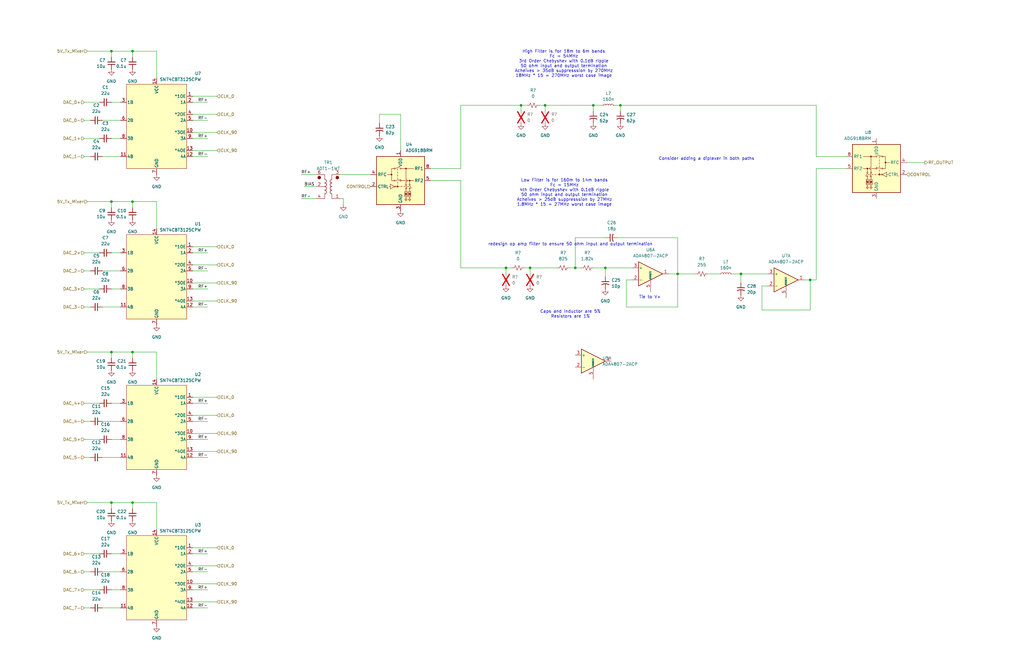
<source format=kicad_sch>
(kicad_sch (version 20250114) (generator "eeschema") (generator_version "9.0")
  (paper "B")
  (title_block (title "16 Phase Tx Harmonic Mixer and Reconstruction Filter") (date "2026-01-17") (rev "0.0") (company "Andy McCann KA3KAF and Doug McCann KA3KAG"))
  (lib_symbols
    (symbol "Amplifier_Operational:ADA4807-2ACP" (pin_names (offset 0.127))
      (property "Reference" "U" (at 3.81 5.08 0))
      (property "Value" "ADA4807-2ACP" (at 3.81 -5.08 0))
      (symbol "ADA4807-2ACP_1_1"
        (polyline (pts (xy -5.08 5.08) (xy 5.08 0) (xy -5.08 -5.08) (xy -5.08 5.08)) (stroke (width 0.254)) (fill (type background)))
        (pin input line (at -7.62 2.54 0) (length 2.54) (name "+") (number "3"))
        (pin input line (at -7.62 -2.54 0) (length 2.54) (name "-") (number "2"))
        (pin input line (at 0 -7.62 90) (length 5.08) (name "~{DISABLE1}") (number "5"))
        (pin output line (at 7.62 0 180) (length 2.54) (name "~") (number "1"))
      )
      (symbol "ADA4807-2ACP_2_1"
        (polyline (pts (xy -5.08 5.08) (xy 5.08 0) (xy -5.08 -5.08) (xy -5.08 5.08)) (stroke (width 0.254)) (fill (type background)))
        (pin input line (at -7.62 2.54 0) (length 2.54) (name "+") (number "7"))
        (pin input line (at -7.62 -2.54 0) (length 2.54) (name "-") (number "8"))
        (pin input line (at 0 -7.62 90) (length 5.08) (name "~{DISABLE2}") (number "6"))
        (pin output line (at 7.62 0 180) (length 2.54) (name "~") (number "9"))
      )
      (symbol "ADA4807-2ACP_3_1"
        (pin power_in line (at -2.54 7.62 270) (length 3.81) (name "V+") (number "10"))
        (pin power_in line (at -2.54 -7.62 90) (length 3.81) (name "V-") (number "4"))
        (pin power_in line (at 2.54 -7.62 90) (length 6.35) (name "EPAD") (number "11"))
      )
    )
    (symbol "Device:C_Small" (pin_numbers (hide yes)) (pin_names (offset 0.254) (hide yes))
      (property "Reference" "C" (at 0.254 1.778 0))
      (property "Value" "C_Small" (at 0.254 -2.032 0))
      (symbol "C_Small_0_1"
        (polyline (pts (xy -1.524 0.508) (xy 1.524 0.508)) (stroke (width 0.3048)))
        (polyline (pts (xy -1.524 -0.508) (xy 1.524 -0.508)) (stroke (width 0.3302)))
      )
      (symbol "C_Small_1_1"
        (pin passive line (at 0 2.54 270) (length 2.032) (name "~") (number "1"))
        (pin passive line (at 0 -2.54 90) (length 2.032) (name "~") (number "2"))
      )
    )
    (symbol "Device:C_Small_US" (pin_numbers (hide yes)) (pin_names (offset 0.254) (hide yes))
      (property "Reference" "C" (at 0.254 1.778 0))
      (property "Value" "C_Small_US" (at 0.254 -2.032 0))
      (symbol "C_Small_US_0_1"
        (polyline (pts (xy -1.524 0.508) (xy 1.524 0.508)) (stroke (width 0.3048)))
        (arc (start -1.524 -0.762) (mid 0 -0.3734) (end 1.524 -0.762) (stroke (width 0.3048)))
      )
      (symbol "C_Small_US_1_1"
        (pin passive line (at 0 2.54 270) (length 2.032) (name "~") (number "1"))
        (pin passive line (at 0 -2.54 90) (length 2.032) (name "~") (number "2"))
      )
    )
    (symbol "Device:L_Small" (pin_numbers (hide yes)) (pin_names (offset 0.254) (hide yes))
      (property "Reference" "L" (at 0.762 1.016 0))
      (property "Value" "L_Small" (at 0.762 -1.016 0))
      (symbol "L_Small_0_1"
        (arc (start 0 2.032) (mid 0.5058 1.524) (end 0 1.016))
        (arc (start 0 1.016) (mid 0.5058 0.508) (end 0 0))
        (arc (start 0 0) (mid 0.5058 -0.508) (end 0 -1.016))
        (arc (start 0 -1.016) (mid 0.5058 -1.524) (end 0 -2.032))
      )
      (symbol "L_Small_1_1"
        (pin passive line (at 0 2.54 270) (length 0.508) (name "~") (number "1"))
        (pin passive line (at 0 -2.54 90) (length 0.508) (name "~") (number "2"))
      )
    )
    (symbol "Device:R_Small_US" (pin_numbers (hide yes)) (pin_names (offset 0.254) (hide yes))
      (property "Reference" "R" (at 0.762 0.508 0))
      (property "Value" "R_Small_US" (at 0.762 -1.016 0))
      (symbol "R_Small_US_1_1"
        (polyline (pts (xy 0 1.524) (xy 1.016 1.143) (xy 0 0.762) (xy -1.016 0.381) (xy 0 0)))
        (polyline (pts (xy 0 0) (xy 1.016 -0.381) (xy 0 -0.762) (xy -1.016 -1.143) (xy 0 -1.524)))
        (pin passive line (at 0 2.54 270) (length 1.016) (name "~") (number "1"))
        (pin passive line (at 0 -2.54 90) (length 1.016) (name "~") (number "2"))
      )
    )
    (symbol "RF_Switch:ADG918BRM"
      (property "Reference" "U" (at -10.16 11.43 0))
      (property "Value" "ADG918BRM" (at 1.27 11.43 0))
      (symbol "ADG918BRM_0_0"
        (rectangle (start -10.16 10.16) (end 10.16 -10.16) (stroke (width 0.254)) (fill (type background)))
        (polyline (pts (xy -4.318 -1.524) (xy -4.318 -3.556) (xy -2.54 -2.54) (xy -4.318 -1.524)))
        (polyline (pts (xy -4.318 -2.54) (xy -4.826 -2.54)))
        (circle (center -3.81 2.54) (radius 0.254) (fill (type outline)))
        (polyline (pts (xy -3.81 2.54) (xy -5.588 2.54)))
        (polyline (pts (xy -2.794 0) (xy -3.81 0) (xy -3.81 5.08) (xy -2.794 5.08)))
        (circle (center -2.286 -2.54) (radius 0.254))
        (polyline (pts (xy -1.27 5.08) (xy -1.27 4.318)))
        (polyline (pts (xy -1.27 3.81) (xy -1.27 3.048)))
        (polyline (pts (xy -1.27 2.54) (xy -1.27 1.778)))
        (polyline (pts (xy -1.27 1.27) (xy -1.27 0.508)))
        (polyline (pts (xy -1.27 -1.27) (xy -1.27 -0.508)))
        (circle (center -1.27 -2.54) (radius 0.254) (fill (type outline)))
        (polyline (pts (xy -1.27 -2.54) (xy -1.27 -1.778)))
        (polyline (pts (xy -0.508 -2.54) (xy -2.032 -2.54)))
        (polyline (pts (xy 0 -2.54) (xy 0.762 -2.54)))
        (polyline (pts (xy 0.254 5.08) (xy 5.588 5.08)))
        (polyline (pts (xy 0.254 0) (xy 5.588 0)))
        (polyline (pts (xy 2.032 -2.54) (xy 1.27 -2.54)))
        (arc (start 2.286 0.508) (mid 2.792 0) (end 2.286 -0.508))
        (polyline (pts (xy 2.286 0.508) (xy 2.286 5.08)))
        (polyline (pts (xy 3.556 -2.54) (xy 2.794 -2.54)))
        (text "50" (at 2.286 -5.715 900) (effects (font (size 0.635 0.635))))
        (text "50" (at 3.81 -5.715 900) (effects (font (size 0.635 0.635))))
      )
      (symbol "ADG918BRM_0_1"
        (circle (center -2.54 5.08) (radius 0.254))
        (circle (center -2.54 0) (radius 0.254))
        (polyline (pts (xy -2.286 5.08) (xy -0.254 5.842)))
        (polyline (pts (xy -2.286 0) (xy 0.127 0.381)))
        (circle (center 0 5.08) (radius 0.254))
        (circle (center 0 0) (radius 0.254))
        (rectangle (start 1.778 -4.572) (end 2.794 -6.858))
        (circle (center 2.286 5.08) (radius 0.254) (fill (type outline)))
        (polyline (pts (xy 2.286 -0.508) (xy 2.286 -1.524)))
        (circle (center 2.286 -1.778) (radius 0.254))
        (polyline (pts (xy 2.286 -2.032) (xy 2.667 -3.429)))
        (circle (center 2.286 -3.302) (radius 0.254))
        (polyline (pts (xy 2.286 -3.556) (xy 2.286 -4.572)))
        (polyline (pts (xy 2.286 -6.858) (xy 2.286 -7.874) (xy 1.778 -7.874) (xy 2.286 -8.636) (xy 2.794 -7.874) (xy 2.286 -7.874)))
        (rectangle (start 3.302 -4.572) (end 4.318 -6.858))
        (polyline (pts (xy 3.81 0) (xy 3.81 -1.524)))
        (circle (center 3.81 0) (radius 0.254) (fill (type outline)))
        (circle (center 3.81 -1.778) (radius 0.254))
        (polyline (pts (xy 3.81 -2.032) (xy 4.572 -3.302)))
        (circle (center 3.81 -3.302) (radius 0.254))
        (polyline (pts (xy 3.81 -3.556) (xy 3.81 -4.572)))
        (polyline (pts (xy 3.81 -6.858) (xy 3.81 -7.874) (xy 3.302 -7.874) (xy 3.81 -8.636) (xy 4.318 -7.874) (xy 3.81 -7.874)))
      )
      (symbol "ADG918BRM_1_1"
        (pin passive line (at -12.7 2.54 0) (length 2.54) (name "RFC") (number "4"))
        (pin input line (at -12.7 -2.54 0) (length 2.54) (name "CTRL") (number "2"))
        (pin power_in line (at 0 12.7 270) (length 2.54) (name "VDD") (number "1"))
        (pin power_in line (at 0 -12.7 90) (length 2.54) (name "GND") (number "3"))
        (pin passive line (at 0 -12.7 90) (length 2.54) (hide yes) (name "GND") (number "6"))
        (pin passive line (at 0 -12.7 90) (length 2.54) (hide yes) (name "GND") (number "7"))
        (pin passive line (at 12.7 5.08 180) (length 2.54) (name "RF1") (number "8"))
        (pin passive line (at 12.7 0 180) (length 2.54) (name "RF2") (number "5"))
      )
    )
    (symbol "Transformer:ADT1-1WT" (pin_names (hide yes))
      (property "Reference" "TR" (at 0 6.35 0))
      (property "Value" "ADT1-1WT" (at 0 -6.985 0))
      (symbol "ADT1-1WT_0_1"
        (circle (center -3.81 3.81) (radius 0.635) (fill (type outline)))
        (polyline (pts (xy -2.54 5.08) (xy -1.524 5.08) (xy -1.524 3.048)) (stroke (width 0.1524)))
        (arc (start -1.524 3.048) (mid -0.7653 2.286) (end -1.524 1.524) (stroke (width 0.2032)))
        (arc (start -1.524 1.524) (mid -0.7653 0.762) (end -1.524 0) (stroke (width 0.2032)))
        (arc (start -1.524 0) (mid -0.7653 -0.762) (end -1.524 -1.524) (stroke (width 0.2032)))
        (arc (start -1.524 -1.524) (mid -0.7653 -2.286) (end -1.524 -3.048) (stroke (width 0.2032)))
        (polyline (pts (xy -1.524 -3.048) (xy -1.524 -5.08) (xy -2.54 -5.08)) (stroke (width 0.1524)))
        (polyline (pts (xy 1.524 3.048) (xy 1.524 5.08) (xy 2.54 5.08)) (stroke (width 0.1524)))
        (arc (start 1.524 1.524) (mid 0.7653 2.286) (end 1.524 3.048) (stroke (width 0.2032)))
        (arc (start 1.524 0) (mid 0.7653 0.762) (end 1.524 1.524) (stroke (width 0.2032)))
        (arc (start 1.524 -1.524) (mid 0.7653 -0.762) (end 1.524 0) (stroke (width 0.2032)))
        (arc (start 1.524 -3.048) (mid 0.7653 -2.286) (end 1.524 -1.524) (stroke (width 0.2032)))
        (polyline (pts (xy 2.54 0) (xy 1.27 0)) (stroke (width 0.1524)))
        (polyline (pts (xy 2.54 -5.08) (xy 1.524 -5.08) (xy 1.524 -3.048)) (stroke (width 0.1524)))
        (circle (center 3.81 3.81) (radius 0.635) (fill (type outline)))
      )
      (symbol "ADT1-1WT_1_1"
        (pin passive line (at -5.08 5.08 0) (length 2.54) (name "~") (number "3"))
        (pin passive line (at -5.08 -5.08 0) (length 2.54) (name "~") (number "1"))
        (pin no_connect line (at -2.54 0 0) (length 2.54) (hide yes) (name "~") (number "5"))
        (pin passive line (at 5.08 5.08 180) (length 2.54) (name "~") (number "6"))
        (pin passive line (at 5.08 0 180) (length 2.54) (name "~") (number "2"))
        (pin passive line (at 5.08 -5.08 180) (length 2.54) (name "~") (number "4"))
      )
    )
    (symbol "nzif_radio_symbol_library:SN74CBT3125CPW" (pin_names (offset 0.254))
      (property "Reference" "U" (at 0 25.78 0))
      (property "Value" "SN74CBT3125CPW" (at 0 -22.86 0))
      (symbol "SN74CBT3125CPW_0_1"
        (rectangle (start -12.7 17.78) (end 12.7 -17.78) (fill (type background)))
        (pin input line (at -15.24 12.7 0) (length 2.54) (name "*1OE") (number "1"))
        (pin input line (at -15.24 5.08 0) (length 2.54) (name "*2OE") (number "4"))
        (pin input line (at -15.24 -2.54 0) (length 2.54) (name "*3OE") (number "10"))
        (pin input line (at -15.24 -10.16 0) (length 2.54) (name "*4OE") (number "13"))
        (pin power_in line (at 0 20.32 270) (length 2.54) (name "VCC") (number "14"))
        (pin power_in line (at 0 -20.32 90) (length 2.54) (name "GND") (number "7"))
      )
      (symbol "SN74CBT3125CPW_1_1"
        (pin bidirectional line (at -15.24 10.16 0) (length 2.54) (name "1A") (number "2"))
        (pin bidirectional line (at -15.24 2.54 0) (length 2.54) (name "2A") (number "5"))
        (pin bidirectional line (at -15.24 -5.08 0) (length 2.54) (name "3A") (number "9"))
        (pin bidirectional line (at -15.24 -12.7 0) (length 2.54) (name "4A") (number "12"))
        (pin bidirectional line (at 15.24 10.16 180) (length 2.54) (name "1B") (number "3"))
        (pin bidirectional line (at 15.24 2.54 180) (length 2.54) (name "2B") (number "6"))
        (pin bidirectional line (at 15.24 -5.08 180) (length 2.54) (name "3B") (number "8"))
        (pin bidirectional line (at 15.24 -12.7 180) (length 2.54) (name "4B") (number "11"))
      )
    )
    (symbol "power:GND" (power) (pin_numbers (hide yes)) (pin_names (offset 0) (hide yes))
      (property "Value" "GND" (at 0 -3.81 0))
      (symbol "GND_0_1"
        (polyline (pts (xy 0 0) (xy 0 -1.27) (xy 1.27 -1.27) (xy 0 -2.54) (xy -1.27 -1.27) (xy 0 -1.27)))
      )
      (symbol "GND_1_1"
        (pin power_in line (at 0 0 270) (length 0) (name "~") (number "1"))
      )
    )
  )
  (text "redesign op amp filter to ensure 50 ohm input and output termination" (at 240.538 103.124 0) (effects (font (size 1.27 1.27))))
  (text "High Filter is for 18m to 6m bands\nFc = 54MHz\n3rd Order Chebyshev with 0.1dB ripple\n50 ohm input and output termination\nAcheives > 35dB suppresssion by 270MHz\n18MHz * 15 = 270MHz worst case image" (at 237.744 26.924 0) (effects (font (size 1.27 1.27))))
  (text "Consider adding a diplexer in both paths" (at 297.942 67.056 0) (effects (font (size 1.27 1.27))))
  (text "Caps and Inductor are 5%\nResistors are 1%" (at 240.538 132.588 0) (effects (font (size 1.27 1.27))))
  (text "Low Filter is for 160m to 14m bands\nFc = 15MHz\n4th Order Chebyshev with 0.1dB ripple\n50 ohm input and output termination\nAcheives > 25dB suppresssion by 27MHz\n1.8MHz * 15 = 27MHz worst case image" (at 237.998 81.28 0) (effects (font (size 1.27 1.27))))
  (text "Tie to V+" (at 274.066 125.476 0) (effects (font (size 1.27 1.27))))
  (junction (at 312.42 115.57))
  (junction (at 46.99 85.09))
  (junction (at 261.62 44.45))
  (junction (at 255.27 113.03))
  (junction (at 55.88 212.09))
  (junction (at 250.19 44.45))
  (junction (at 55.88 21.59))
  (junction (at 46.99 148.59))
  (junction (at 55.88 148.59))
  (junction (at 213.36 113.03))
  (junction (at 46.99 21.59))
  (junction (at 341.63 118.11))
  (junction (at 285.75 115.57))
  (junction (at 219.71 44.45))
  (junction (at 46.99 212.09))
  (junction (at 55.88 85.09))
  (junction (at 223.52 113.03))
  (junction (at 229.87 44.45))
  (junction (at 242.57 113.03))
  (wire (pts (xy 242.57 113.03) (xy 245.11 113.03)))
  (wire (pts (xy 227.33 44.45) (xy 229.87 44.45)))
  (wire (pts (xy 38.1 256.54) (xy 35.56 256.54)))
  (wire (pts (xy 50.8 185.42) (xy 46.99 185.42)))
  (wire (pts (xy 50.8 66.04) (xy 43.18 66.04)))
  (wire (pts (xy 36.83 212.09) (xy 46.99 212.09)))
  (wire (pts (xy 41.91 58.42) (xy 35.56 58.42)))
  (wire (pts (xy 36.83 148.59) (xy 46.99 148.59)))
  (wire (pts (xy 50.8 170.18) (xy 46.99 170.18)))
  (wire (pts (xy 321.31 130.81) (xy 321.31 120.65)))
  (wire (pts (xy 55.88 214.63) (xy 55.88 212.09)))
  (wire (pts (xy 50.8 241.3) (xy 43.18 241.3)))
  (wire (pts (xy 160.02 52.07) (xy 160.02 48.26)))
  (wire (pts (xy 87.63 233.68) (xy 81.28 233.68)))
  (wire (pts (xy 255.27 100.33) (xy 242.57 100.33)))
  (wire (pts (xy 181.61 76.2) (xy 194.31 76.2)))
  (wire (pts (xy 46.99 85.09) (xy 46.99 87.63)))
  (wire (pts (xy 50.8 193.04) (xy 43.18 193.04)))
  (wire (pts (xy 87.63 66.04) (xy 81.28 66.04)))
  (wire (pts (xy 55.88 148.59) (xy 66.04 148.59)))
  (wire (pts (xy 264.16 129.54) (xy 264.16 118.11)))
  (wire (pts (xy 87.63 129.54) (xy 81.28 129.54)))
  (wire (pts (xy 81.28 127) (xy 91.44 127)))
  (wire (pts (xy 55.88 212.09) (xy 46.99 212.09)))
  (wire (pts (xy 50.8 121.92) (xy 46.99 121.92)))
  (wire (pts (xy 308.61 115.57) (xy 312.42 115.57)))
  (wire (pts (xy 285.75 129.54) (xy 264.16 129.54)))
  (wire (pts (xy 55.88 148.59) (xy 46.99 148.59)))
  (wire (pts (xy 219.71 44.45) (xy 219.71 46.99)))
  (wire (pts (xy 81.28 190.5) (xy 91.44 190.5)))
  (wire (pts (xy 87.63 256.54) (xy 81.28 256.54)))
  (wire (pts (xy 382.27 68.58) (xy 389.89 68.58)))
  (wire (pts (xy 229.87 44.45) (xy 229.87 46.99)))
  (wire (pts (xy 50.8 106.68) (xy 46.99 106.68)))
  (wire (pts (xy 344.17 66.04) (xy 344.17 44.45)))
  (wire (pts (xy 50.8 58.42) (xy 46.99 58.42)))
  (wire (pts (xy 81.28 167.64) (xy 91.44 167.64)))
  (wire (pts (xy 298.45 115.57) (xy 303.53 115.57)))
  (wire (pts (xy 356.87 66.04) (xy 344.17 66.04)))
  (wire (pts (xy 281.94 115.57) (xy 285.75 115.57)))
  (wire (pts (xy 264.16 118.11) (xy 266.7 118.11)))
  (wire (pts (xy 181.61 71.12) (xy 194.31 71.12)))
  (wire (pts (xy 87.63 106.68) (xy 81.28 106.68)))
  (wire (pts (xy 55.88 87.63) (xy 55.88 85.09)))
  (wire (pts (xy 194.31 76.2) (xy 194.31 113.03)))
  (wire (pts (xy 81.28 175.26) (xy 91.44 175.26)))
  (wire (pts (xy 321.31 120.65) (xy 323.85 120.65)))
  (wire (pts (xy 312.42 119.38) (xy 312.42 115.57)))
  (wire (pts (xy 81.28 246.38) (xy 91.44 246.38)))
  (wire (pts (xy 66.04 212.09) (xy 66.04 223.52)))
  (wire (pts (xy 229.87 44.45) (xy 250.19 44.45)))
  (wire (pts (xy 81.28 182.88) (xy 91.44 182.88)))
  (wire (pts (xy 87.63 185.42) (xy 81.28 185.42)))
  (wire (pts (xy 66.04 85.09) (xy 66.04 96.52)))
  (wire (pts (xy 81.28 55.88) (xy 91.44 55.88)))
  (wire (pts (xy 50.8 256.54) (xy 43.18 256.54)))
  (wire (pts (xy 41.91 43.18) (xy 35.56 43.18)))
  (wire (pts (xy 81.28 238.76) (xy 91.44 238.76)))
  (wire (pts (xy 143.51 73.66) (xy 156.21 73.66)))
  (wire (pts (xy 168.91 48.26) (xy 168.91 63.5)))
  (wire (pts (xy 50.8 177.8) (xy 43.18 177.8)))
  (wire (pts (xy 55.88 85.09) (xy 46.99 85.09)))
  (wire (pts (xy 41.91 106.68) (xy 35.56 106.68)))
  (wire (pts (xy 128.27 78.74) (xy 133.35 78.74)))
  (wire (pts (xy 55.88 151.13) (xy 55.88 148.59)))
  (wire (pts (xy 219.71 44.45) (xy 222.25 44.45)))
  (wire (pts (xy 38.1 177.8) (xy 35.56 177.8)))
  (wire (pts (xy 81.28 40.64) (xy 91.44 40.64)))
  (wire (pts (xy 46.99 212.09) (xy 46.99 214.63)))
  (wire (pts (xy 261.62 44.45) (xy 261.62 46.99)))
  (wire (pts (xy 87.63 170.18) (xy 81.28 170.18)))
  (wire (pts (xy 41.91 121.92) (xy 35.56 121.92)))
  (wire (pts (xy 341.63 118.11) (xy 344.17 118.11)))
  (wire (pts (xy 285.75 100.33) (xy 285.75 115.57)))
  (wire (pts (xy 81.28 111.76) (xy 91.44 111.76)))
  (wire (pts (xy 285.75 115.57) (xy 285.75 129.54)))
  (wire (pts (xy 127 83.82) (xy 133.35 83.82)))
  (wire (pts (xy 250.19 113.03) (xy 255.27 113.03)))
  (wire (pts (xy 143.51 83.82) (xy 144.78 83.82)))
  (wire (pts (xy 38.1 114.3) (xy 35.56 114.3)))
  (wire (pts (xy 285.75 115.57) (xy 293.37 115.57)))
  (wire (pts (xy 255.27 113.03) (xy 266.7 113.03)))
  (wire (pts (xy 87.63 50.8) (xy 81.28 50.8)))
  (wire (pts (xy 213.36 113.03) (xy 215.9 113.03)))
  (wire (pts (xy 41.91 233.68) (xy 35.56 233.68)))
  (wire (pts (xy 46.99 148.59) (xy 46.99 151.13)))
  (wire (pts (xy 41.91 185.42) (xy 35.56 185.42)))
  (wire (pts (xy 36.83 85.09) (xy 46.99 85.09)))
  (wire (pts (xy 81.28 119.38) (xy 91.44 119.38)))
  (wire (pts (xy 87.63 43.18) (xy 81.28 43.18)))
  (wire (pts (xy 87.63 177.8) (xy 81.28 177.8)))
  (wire (pts (xy 220.98 113.03) (xy 223.52 113.03)))
  (wire (pts (xy 87.63 114.3) (xy 81.28 114.3)))
  (wire (pts (xy 81.28 254) (xy 91.44 254)))
  (wire (pts (xy 254 44.45) (xy 250.19 44.45)))
  (wire (pts (xy 55.88 21.59) (xy 46.99 21.59)))
  (wire (pts (xy 344.17 71.12) (xy 356.87 71.12)))
  (wire (pts (xy 87.63 248.92) (xy 81.28 248.92)))
  (wire (pts (xy 41.91 248.92) (xy 35.56 248.92)))
  (wire (pts (xy 50.8 248.92) (xy 46.99 248.92)))
  (wire (pts (xy 242.57 100.33) (xy 242.57 113.03)))
  (wire (pts (xy 255.27 113.03) (xy 255.27 116.84)))
  (wire (pts (xy 81.28 48.26) (xy 91.44 48.26)))
  (wire (pts (xy 250.19 44.45) (xy 250.19 46.99)))
  (wire (pts (xy 81.28 231.14) (xy 91.44 231.14)))
  (wire (pts (xy 259.08 44.45) (xy 261.62 44.45)))
  (wire (pts (xy 66.04 21.59) (xy 66.04 33.02)))
  (wire (pts (xy 81.28 63.5) (xy 91.44 63.5)))
  (wire (pts (xy 38.1 50.8) (xy 35.56 50.8)))
  (wire (pts (xy 234.95 113.03) (xy 223.52 113.03)))
  (wire (pts (xy 223.52 113.03) (xy 223.52 115.57)))
  (wire (pts (xy 144.78 83.82) (xy 144.78 86.36)))
  (wire (pts (xy 87.63 58.42) (xy 81.28 58.42)))
  (wire (pts (xy 127 73.66) (xy 133.35 73.66)))
  (wire (pts (xy 87.63 241.3) (xy 81.28 241.3)))
  (wire (pts (xy 341.63 118.11) (xy 341.63 130.81)))
  (wire (pts (xy 55.88 24.13) (xy 55.88 21.59)))
  (wire (pts (xy 312.42 115.57) (xy 323.85 115.57)))
  (wire (pts (xy 55.88 85.09) (xy 66.04 85.09)))
  (wire (pts (xy 55.88 212.09) (xy 66.04 212.09)))
  (wire (pts (xy 50.8 43.18) (xy 46.99 43.18)))
  (wire (pts (xy 38.1 129.54) (xy 35.56 129.54)))
  (wire (pts (xy 87.63 121.92) (xy 81.28 121.92)))
  (wire (pts (xy 66.04 148.59) (xy 66.04 160.02)))
  (wire (pts (xy 260.35 100.33) (xy 285.75 100.33)))
  (wire (pts (xy 240.03 113.03) (xy 242.57 113.03)))
  (wire (pts (xy 50.8 129.54) (xy 43.18 129.54)))
  (wire (pts (xy 194.31 44.45) (xy 219.71 44.45)))
  (wire (pts (xy 341.63 130.81) (xy 321.31 130.81)))
  (wire (pts (xy 50.8 233.68) (xy 46.99 233.68)))
  (wire (pts (xy 261.62 44.45) (xy 344.17 44.45)))
  (wire (pts (xy 213.36 113.03) (xy 213.36 115.57)))
  (wire (pts (xy 36.83 21.59) (xy 46.99 21.59)))
  (wire (pts (xy 38.1 193.04) (xy 35.56 193.04)))
  (wire (pts (xy 38.1 241.3) (xy 35.56 241.3)))
  (wire (pts (xy 194.31 113.03) (xy 213.36 113.03)))
  (wire (pts (xy 50.8 50.8) (xy 43.18 50.8)))
  (wire (pts (xy 160.02 48.26) (xy 168.91 48.26)))
  (wire (pts (xy 81.28 104.14) (xy 91.44 104.14)))
  (wire (pts (xy 344.17 118.11) (xy 344.17 71.12)))
  (wire (pts (xy 194.31 71.12) (xy 194.31 44.45)))
  (wire (pts (xy 87.63 193.04) (xy 81.28 193.04)))
  (wire (pts (xy 55.88 21.59) (xy 66.04 21.59)))
  (wire (pts (xy 50.8 114.3) (xy 43.18 114.3)))
  (wire (pts (xy 46.99 21.59) (xy 46.99 24.13)))
  (wire (pts (xy 41.91 170.18) (xy 35.56 170.18)))
  (wire (pts (xy 339.09 118.11) (xy 341.63 118.11)))
  (wire (pts (xy 38.1 66.04) (xy 35.56 66.04)))
  (label "RF+" (at 87.63 58.42 180))
  (label "RF+" (at 87.63 233.68 180))
  (label "RF+" (at 127 73.66 0))
  (label "RF+" (at 87.63 185.42 180))
  (label "RF-" (at 87.63 66.04 180))
  (label "RF-" (at 87.63 256.54 180))
  (label "RF-" (at 87.63 50.8 180))
  (label "RF+" (at 87.63 121.92 180))
  (label "RF-" (at 87.63 241.3 180))
  (label "RF-" (at 87.63 114.3 180))
  (label "RF-" (at 127 83.82 0))
  (label "RF+" (at 87.63 43.18 180))
  (label "RF-" (at 87.63 193.04 180))
  (label "RF-" (at 87.63 129.54 180))
  (label "RF-" (at 87.63 177.8 180))
  (label "RF+" (at 87.63 248.92 180))
  (label "BIAS" (at 128.27 78.74 0))
  (label "RF+" (at 87.63 106.68 180))
  (label "RF+" (at 87.63 170.18 180))
  (hierarchical_label "DAC_7-" (shape input) (at 35.56 256.54 180))
  (hierarchical_label "DAC_4-" (shape input) (at 35.56 177.8 180))
  (hierarchical_label "DAC_2-" (shape input) (at 35.56 114.3 180))
  (hierarchical_label "DAC_3+" (shape input) (at 35.56 121.92 180))
  (hierarchical_label "5V_Tx_Mixer" (shape input) (at 36.83 148.59 180))
  (hierarchical_label "5V_Tx_Mixer" (shape input) (at 36.83 212.09 180))
  (hierarchical_label "DAC_2+" (shape input) (at 35.56 106.68 180))
  (hierarchical_label "DAC_0-" (shape input) (at 35.56 50.8 180))
  (hierarchical_label "DAC_5+" (shape input) (at 35.56 185.42 180))
  (hierarchical_label "DAC_7+" (shape input) (at 35.56 248.92 180))
  (hierarchical_label "CLK_90" (shape input) (at 91.44 119.38 0))
  (hierarchical_label "DAC_5-" (shape input) (at 35.56 193.04 180))
  (hierarchical_label "CONTROL" (shape input) (at 156.21 78.74 180))
  (hierarchical_label "DAC_6-" (shape input) (at 35.56 241.3 180))
  (hierarchical_label "5V_Tx_Mixer" (shape input) (at 36.83 21.59 180))
  (hierarchical_label "CLK_90" (shape input) (at 91.44 63.5 0))
  (hierarchical_label "CLK_90" (shape input) (at 91.44 55.88 0))
  (hierarchical_label "5V_Tx_Mixer" (shape input) (at 36.83 85.09 180))
  (hierarchical_label "CLK_90" (shape input) (at 91.44 190.5 0))
  (hierarchical_label "DAC_1-" (shape input) (at 35.56 66.04 180))
  (hierarchical_label "CLK_0" (shape input) (at 91.44 104.14 0))
  (hierarchical_label "CLK_0" (shape input) (at 91.44 40.64 0))
  (hierarchical_label "CLK_90" (shape input) (at 91.44 254 0))
  (hierarchical_label "CLK_0" (shape input) (at 91.44 238.76 0))
  (hierarchical_label "CLK_0" (shape input) (at 91.44 48.26 0))
  (hierarchical_label "CLK_0" (shape input) (at 91.44 175.26 0))
  (hierarchical_label "RF_OUTPUT" (shape output) (at 389.89 68.58 0))
  (hierarchical_label "CLK_0" (shape input) (at 91.44 231.14 0))
  (hierarchical_label "CONTROL" (shape input) (at 382.27 73.66 0))
  (hierarchical_label "CLK_0" (shape input) (at 91.44 111.76 0))
  (hierarchical_label "DAC_3-" (shape input) (at 35.56 129.54 180))
  (hierarchical_label "DAC_0+" (shape input) (at 35.56 43.18 180))
  (hierarchical_label "CLK_90" (shape input) (at 91.44 182.88 0))
  (hierarchical_label "DAC_6+" (shape input) (at 35.56 233.68 180))
  (hierarchical_label "DAC_1+" (shape input) (at 35.56 58.42 180))
  (hierarchical_label "CLK_0" (shape input) (at 91.44 167.64 0))
  (hierarchical_label "CLK_90" (shape input) (at 91.44 246.38 0))
  (hierarchical_label "CLK_90" (shape input) (at 91.44 127 0))
  (hierarchical_label "DAC_4+" (shape input) (at 35.56 170.18 180))
  (symbol (lib_id "Amplifier_Operational:ADA4807-2ACP") (at 331.47 118.11 0) (unit 1)
    (property "Reference" "U7" (at 331.47 107.95 0))
    (property "Value" "ADA4807-2ACP" (at 331.47 110.49 0))
    (property "Footprint" "Package_CSP:LFCSP-WD-10-1EP_3x3mm_P0.5mm_EP1.64x2.38mm" (effects (hide yes)))
    (property "Datasheet" "https://www.analog.com/media/en/technical-documentation/data-sheets/ADA4807-1_4807-2_4807-4.pdf" (effects (hide yes)))
    (property "Description" "Dual Rail-to-Rail Input/Output Amplifiers, with disable, SC-70-6/SOT-23-6" (effects (hide yes)))
  )
  (symbol (lib_id "Device:C_Small") (at 55.88 26.67 0) (mirror x) (unit 1)
    (property "Reference" "C?" (at 53.34 25.3935 0) (effects (justify right)))
    (property "Value" "0.1u" (at 53.34 27.9335 0) (effects (justify right)))
    (property "Footprint" "Capacitor_SMD:C_0603_1608Metric_Pad1.08x0.95mm_HandSolder" (effects (hide yes)))
    (property "Description" "Unpolarized capacitor, small symbol" (effects (hide yes)))
  )
  (symbol (lib_id "Device:C_Small") (at 55.88 153.67 0) (mirror x) (unit 1)
    (property "Reference" "C21" (at 53.34 152.3935 0) (effects (justify right)))
    (property "Value" "0.1u" (at 53.34 154.9335 0) (effects (justify right)))
    (property "Footprint" "Capacitor_SMD:C_0603_1608Metric_Pad1.08x0.95mm_HandSolder" (effects (hide yes)))
    (property "Description" "Unpolarized capacitor, small symbol" (effects (hide yes)))
  )
  (symbol (lib_id "Device:C_Small") (at 40.64 256.54 270) (mirror x) (unit 1)
    (property "Reference" "C14" (at 40.6336 250.19 90))
    (property "Value" "22u" (at 40.6336 252.73 90))
    (property "Footprint" "Capacitor_SMD:C_0603_1608Metric_Pad1.08x0.95mm_HandSolder" (effects (hide yes)))
    (property "Description" "Unpolarized capacitor, small symbol" (effects (hide yes)))
  )
  (symbol (lib_id "power:GND") (at 46.99 219.71 0) (mirror y) (unit 1)
    (property "Reference" "#PWR05" (effects (hide yes)))
    (property "Value" "GND" (at 46.99 224.79 0))
    (property "Description" "Power symbol creates a global label with name \"GND\" , ground" (effects (hide yes)))
  )
  (symbol (lib_id "RF_Switch:ADG918BRM") (at 168.91 76.2 0) (unit 1)
    (property "Reference" "U4" (at 171.0533 60.96 0) (effects (justify left)))
    (property "Value" "ADG918BRM" (at 171.0533 63.5 0) (effects (justify left)))
    (property "Footprint" "Package_SO:MSOP-8_3x3mm_P0.65mm" (effects (hide yes)))
    (property "Datasheet" "https://www.analog.com/media/en/technical-documentation/data-sheets/ADG918_919.pdf" (effects (hide yes)))
    (property "Description" "SPDT DC-4GHz absorbative switch, 43dB isolation at 1GHz, MSOP-8" (effects (hide yes)))
  )
  (symbol (lib_id "Device:C_Small") (at 40.64 241.3 270) (mirror x) (unit 1)
    (property "Reference" "C13" (at 40.6336 234.95 90))
    (property "Value" "22u" (at 40.6336 237.49 90))
    (property "Footprint" "Capacitor_SMD:C_0603_1608Metric_Pad1.08x0.95mm_HandSolder" (effects (hide yes)))
    (property "Description" "Unpolarized capacitor, small symbol" (effects (hide yes)))
  )
  (symbol (lib_id "power:GND") (at 55.88 29.21 0) (mirror y) (unit 1)
    (property "Reference" "#PWR?" (effects (hide yes)))
    (property "Value" "GND" (at 55.88 34.29 0))
    (property "Description" "Power symbol creates a global label with name \"GND\" , ground" (effects (hide yes)))
  )
  (symbol (lib_id "power:GND") (at 223.52 120.65 0) (unit 1)
    (property "Reference" "#PWR014" (effects (hide yes)))
    (property "Value" "GND" (at 223.52 125.73 0))
    (property "Description" "Power symbol creates a global label with name \"GND\" , ground" (effects (hide yes)))
  )
  (symbol (lib_id "Amplifier_Operational:ADA4807-2ACP") (at 274.32 115.57 0) (unit 1)
    (property "Reference" "U6" (at 274.32 105.41 0))
    (property "Value" "ADA4807-2ACP" (at 274.32 107.95 0))
    (property "Footprint" "Package_CSP:LFCSP-WD-10-1EP_3x3mm_P0.5mm_EP1.64x2.38mm" (effects (hide yes)))
    (property "Datasheet" "https://www.analog.com/media/en/technical-documentation/data-sheets/ADA4807-1_4807-2_4807-4.pdf" (effects (hide yes)))
    (property "Description" "Dual Rail-to-Rail Input/Output Amplifiers, with disable, SC-70-6/SOT-23-6" (effects (hide yes)))
  )
  (symbol (lib_id "power:GND") (at 255.27 121.92 0) (unit 1)
    (property "Reference" "#PWR017" (effects (hide yes)))
    (property "Value" "GND" (at 255.27 127 0))
    (property "Description" "Power symbol creates a global label with name \"GND\" , ground" (effects (hide yes)))
  )
  (symbol (lib_id "Amplifier_Operational:ADA4807-2ACP") (at 250.19 152.4 0) (unit 1)
    (property "Reference" "U5" (at 254 151.1299 0) (effects (justify left)))
    (property "Value" "ADA4807-2ACP" (at 254 153.6699 0) (effects (justify left)))
    (property "Footprint" "Package_CSP:LFCSP-WD-10-1EP_3x3mm_P0.5mm_EP1.64x2.38mm" (effects (hide yes)))
    (property "Datasheet" "https://www.analog.com/media/en/technical-documentation/data-sheets/ADA4807-1_4807-2_4807-4.pdf" (effects (hide yes)))
    (property "Description" "Dual Rail-to-Rail Input/Output Amplifiers, with disable, SC-70-6/SOT-23-6" (effects (hide yes)))
  )
  (symbol (lib_id "Device:C_Small") (at 55.88 217.17 0) (mirror x) (unit 1)
    (property "Reference" "C22" (at 53.34 215.8935 0) (effects (justify right)))
    (property "Value" "0.1u" (at 53.34 218.4335 0) (effects (justify right)))
    (property "Footprint" "Capacitor_SMD:C_0603_1608Metric_Pad1.08x0.95mm_HandSolder" (effects (hide yes)))
    (property "Description" "Unpolarized capacitor, small symbol" (effects (hide yes)))
  )
  (symbol (lib_id "Device:L_Small") (at 256.54 44.45 270) (mirror x) (unit 1)
    (property "Reference" "L?" (at 256.54 39.37 90))
    (property "Value" "160n" (at 256.54 41.91 90))
    (property "Description" "Inductor, small symbol" (effects (hide yes)))
  )
  (symbol (lib_id "Device:R_Small_US") (at 213.36 118.11 180) (unit 1) (dnp yes)
    (property "Reference" "R?" (at 215.9 116.8399 0) (effects (justify right)))
    (property "Value" "0" (at 215.9 119.3799 0) (effects (justify right)))
    (property "Description" "Resistor, small US symbol" (effects (hide yes)))
  )
  (symbol (lib_id "Device:C_Small") (at 46.99 90.17 0) (mirror x) (unit 1)
    (property "Reference" "C9" (at 44.45 88.8935 0) (effects (justify right)))
    (property "Value" "10u" (at 44.45 91.4335 0) (effects (justify right)))
    (property "Footprint" "Capacitor_SMD:C_0603_1608Metric_Pad1.08x0.95mm_HandSolder" (effects (hide yes)))
    (property "Description" "Unpolarized capacitor, small symbol" (effects (hide yes)))
  )
  (symbol (lib_id "Device:R_Small_US") (at 223.52 118.11 180) (unit 1) (dnp yes)
    (property "Reference" "R?" (at 226.06 116.8399 0) (effects (justify right)))
    (property "Value" "0" (at 226.06 119.3799 0) (effects (justify right)))
    (property "Description" "Resistor, small US symbol" (effects (hide yes)))
  )
  (symbol (lib_id "power:GND") (at 66.04 73.66 0) (mirror y) (unit 1)
    (property "Reference" "#PWR?" (effects (hide yes)))
    (property "Value" "GND" (at 66.04 78.74 0))
    (property "Description" "Power symbol creates a global label with name \"GND\" , ground" (effects (hide yes)))
  )
  (symbol (lib_id "Device:C_Small_US") (at 255.27 119.38 0) (unit 1)
    (property "Reference" "C25" (at 257.81 118.2369 0) (effects (justify left)))
    (property "Value" "10p" (at 257.81 120.7769 0) (effects (justify left)))
    (property "Description" "capacitor, small US symbol" (effects (hide yes)))
  )
  (symbol (lib_id "Device:C_Small") (at 46.99 153.67 0) (mirror x) (unit 1)
    (property "Reference" "C19" (at 44.45 152.3935 0) (effects (justify right)))
    (property "Value" "10u" (at 44.45 154.9335 0) (effects (justify right)))
    (property "Footprint" "Capacitor_SMD:C_0603_1608Metric_Pad1.08x0.95mm_HandSolder" (effects (hide yes)))
    (property "Description" "Unpolarized capacitor, small symbol" (effects (hide yes)))
  )
  (symbol (lib_id "Device:C_Small") (at 44.45 106.68 270) (mirror x) (unit 1)
    (property "Reference" "C7" (at 44.4436 100.33 90))
    (property "Value" "22u" (at 44.4436 102.87 90))
    (property "Footprint" "Capacitor_SMD:C_0603_1608Metric_Pad1.08x0.95mm_HandSolder" (effects (hide yes)))
    (property "Description" "Unpolarized capacitor, small symbol" (effects (hide yes)))
  )
  (symbol (lib_id "nzif_radio_symbol_library:SN74CBT3125CPW") (at 66.04 180.34 0) (mirror y) (unit 1)
    (property "Reference" "U2" (at 84.836 157.988 0) (effects (justify left)))
    (property "Value" "SN74CBT3125CPW" (at 84.836 160.528 0) (effects (justify left)))
    (property "Footprint" "nzif_footprints:PW14" (effects (hide yes)))
    (property "Datasheet" "https://www.ti.com/lit/gpn/sn74cbt3125c" (effects (hide yes)))
    (property "Description" "Quad FET Bus Switch with Enable" (effects (hide yes)))
  )
  (symbol (lib_id "Device:C_Small") (at 40.64 129.54 270) (mirror x) (unit 1)
    (property "Reference" "C6" (at 40.6336 123.19 90))
    (property "Value" "22u" (at 40.6336 125.73 90))
    (property "Footprint" "Capacitor_SMD:C_0603_1608Metric_Pad1.08x0.95mm_HandSolder" (effects (hide yes)))
    (property "Description" "Unpolarized capacitor, small symbol" (effects (hide yes)))
  )
  (symbol (lib_id "power:GND") (at 55.88 92.71 0) (mirror y) (unit 1)
    (property "Reference" "#PWR02" (effects (hide yes)))
    (property "Value" "GND" (at 55.88 97.79 0))
    (property "Description" "Power symbol creates a global label with name \"GND\" , ground" (effects (hide yes)))
  )
  (symbol (lib_id "Device:C_Small") (at 44.45 43.18 270) (mirror x) (unit 1)
    (property "Reference" "C1" (at 44.4436 36.83 90))
    (property "Value" "22u" (at 44.4436 39.37 90))
    (property "Footprint" "Capacitor_SMD:C_0603_1608Metric_Pad1.08x0.95mm_HandSolder" (effects (hide yes)))
    (property "Description" "Unpolarized capacitor, small symbol" (effects (hide yes)))
  )
  (symbol (lib_id "power:GND") (at 219.71 52.07 0) (unit 1)
    (property "Reference" "#PWR013" (effects (hide yes)))
    (property "Value" "GND" (at 219.71 57.15 0))
    (property "Description" "Power symbol creates a global label with name \"GND\" , ground" (effects (hide yes)))
  )
  (symbol (lib_id "Transformer:ADT1-1WT") (at 138.43 78.74 0) (mirror y) (unit 1)
    (property "Reference" "TR1" (at 138.43 68.58 0))
    (property "Value" "ADT1-1WT" (at 138.43 71.12 0))
    (property "Footprint" "RF_Mini-Circuits:Mini-Circuits_CD542_H2.84mm" (effects (hide yes)))
    (property "Datasheet" "https://www.minicircuits.com/pdfs/ADT1-1WT.pdf" (effects (hide yes)))
    (property "Description" "0.005-125MHz 1:1 RF Transformer, Unbalanced to Balanced Center Tap, CD542" (effects (hide yes)))
  )
  (symbol (lib_id "Device:R_Small_US") (at 219.71 49.53 180) (unit 1) (dnp yes)
    (property "Reference" "R?" (at 222.25 48.2599 0) (effects (justify right)))
    (property "Value" "0" (at 222.25 50.7999 0) (effects (justify right)))
    (property "Description" "Resistor, small US symbol" (effects (hide yes)))
  )
  (symbol (lib_id "power:GND") (at 66.04 137.16 0) (mirror y) (unit 1)
    (property "Reference" "#PWR03" (effects (hide yes)))
    (property "Value" "GND" (at 66.04 142.24 0))
    (property "Description" "Power symbol creates a global label with name \"GND\" , ground" (effects (hide yes)))
  )
  (symbol (lib_id "nzif_radio_symbol_library:SN74CBT3125CPW") (at 66.04 53.34 0) (mirror y) (unit 1)
    (property "Reference" "U?" (at 84.836 30.988 0) (effects (justify left)))
    (property "Value" "SN74CBT3125CPW" (at 84.836 33.528 0) (effects (justify left)))
    (property "Footprint" "nzif_footprints:PW14" (effects (hide yes)))
    (property "Datasheet" "https://www.ti.com/lit/gpn/sn74cbt3125c" (effects (hide yes)))
    (property "Description" "Quad FET Bus Switch with Enable" (effects (hide yes)))
  )
  (symbol (lib_id "power:GND") (at 168.91 88.9 0) (unit 1)
    (property "Reference" "#PWR011" (effects (hide yes)))
    (property "Value" "GND" (at 168.91 93.98 0))
    (property "Description" "Power symbol creates a global label with name \"GND\" , ground" (effects (hide yes)))
  )
  (symbol (lib_id "Device:C_Small") (at 55.88 90.17 0) (mirror x) (unit 1)
    (property "Reference" "C10" (at 53.34 88.8935 0) (effects (justify right)))
    (property "Value" "0.1u" (at 53.34 91.4335 0) (effects (justify right)))
    (property "Footprint" "Capacitor_SMD:C_0603_1608Metric_Pad1.08x0.95mm_HandSolder" (effects (hide yes)))
    (property "Description" "Unpolarized capacitor, small symbol" (effects (hide yes)))
  )
  (symbol (lib_id "power:GND") (at 46.99 156.21 0) (mirror y) (unit 1)
    (property "Reference" "#PWR04" (effects (hide yes)))
    (property "Value" "GND" (at 46.99 161.29 0))
    (property "Description" "Power symbol creates a global label with name \"GND\" , ground" (effects (hide yes)))
  )
  (symbol (lib_id "Device:C_Small") (at 40.64 66.04 270) (mirror x) (unit 1)
    (property "Reference" "C4" (at 40.6336 59.69 90))
    (property "Value" "22u" (at 40.6336 62.23 90))
    (property "Footprint" "Capacitor_SMD:C_0603_1608Metric_Pad1.08x0.95mm_HandSolder" (effects (hide yes)))
    (property "Description" "Unpolarized capacitor, small symbol" (effects (hide yes)))
  )
  (symbol (lib_id "Device:C_Small") (at 46.99 217.17 0) (mirror x) (unit 1)
    (property "Reference" "C20" (at 44.45 215.8935 0) (effects (justify right)))
    (property "Value" "10u" (at 44.45 218.4335 0) (effects (justify right)))
    (property "Footprint" "Capacitor_SMD:C_0603_1608Metric_Pad1.08x0.95mm_HandSolder" (effects (hide yes)))
    (property "Description" "Unpolarized capacitor, small symbol" (effects (hide yes)))
  )
  (symbol (lib_id "power:GND") (at 55.88 219.71 0) (mirror y) (unit 1)
    (property "Reference" "#PWR07" (effects (hide yes)))
    (property "Value" "GND" (at 55.88 224.79 0))
    (property "Description" "Power symbol creates a global label with name \"GND\" , ground" (effects (hide yes)))
  )
  (symbol (lib_id "Device:C_Small") (at 44.45 170.18 270) (mirror x) (unit 1)
    (property "Reference" "C15" (at 44.4436 163.83 90))
    (property "Value" "22u" (at 44.4436 166.37 90))
    (property "Footprint" "Capacitor_SMD:C_0603_1608Metric_Pad1.08x0.95mm_HandSolder" (effects (hide yes)))
    (property "Description" "Unpolarized capacitor, small symbol" (effects (hide yes)))
  )
  (symbol (lib_id "Device:C_Small") (at 44.45 185.42 270) (mirror x) (unit 1)
    (property "Reference" "C16" (at 44.4436 179.07 90))
    (property "Value" "22u" (at 44.4436 181.61 90))
    (property "Footprint" "Capacitor_SMD:C_0603_1608Metric_Pad1.08x0.95mm_HandSolder" (effects (hide yes)))
    (property "Description" "Unpolarized capacitor, small symbol" (effects (hide yes)))
  )
  (symbol (lib_id "Device:C_Small_US") (at 257.81 100.33 90) (unit 1)
    (property "Reference" "C26" (at 257.937 93.98 90))
    (property "Value" "18p" (at 257.937 96.52 90))
    (property "Description" "capacitor, small US symbol" (effects (hide yes)))
  )
  (symbol (lib_id "nzif_radio_symbol_library:SN74CBT3125CPW") (at 66.04 243.84 0) (mirror y) (unit 1)
    (property "Reference" "U3" (at 84.836 221.488 0) (effects (justify left)))
    (property "Value" "SN74CBT3125CPW" (at 84.836 224.028 0) (effects (justify left)))
    (property "Footprint" "nzif_footprints:PW14" (effects (hide yes)))
    (property "Datasheet" "https://www.ti.com/lit/gpn/sn74cbt3125c" (effects (hide yes)))
    (property "Description" "Quad FET Bus Switch with Enable" (effects (hide yes)))
  )
  (symbol (lib_id "power:GND") (at 229.87 52.07 0) (unit 1)
    (property "Reference" "#PWR015" (effects (hide yes)))
    (property "Value" "GND" (at 229.87 57.15 0))
    (property "Description" "Power symbol creates a global label with name \"GND\" , ground" (effects (hide yes)))
  )
  (symbol (lib_id "power:GND") (at 46.99 92.71 0) (mirror y) (unit 1)
    (property "Reference" "#PWR01" (effects (hide yes)))
    (property "Value" "GND" (at 46.99 97.79 0))
    (property "Description" "Power symbol creates a global label with name \"GND\" , ground" (effects (hide yes)))
  )
  (symbol (lib_id "Device:C_Small") (at 40.64 177.8 270) (mirror x) (unit 1)
    (property "Reference" "C11" (at 40.6336 171.45 90))
    (property "Value" "22u" (at 40.6336 173.99 90))
    (property "Footprint" "Capacitor_SMD:C_0603_1608Metric_Pad1.08x0.95mm_HandSolder" (effects (hide yes)))
    (property "Description" "Unpolarized capacitor, small symbol" (effects (hide yes)))
  )
  (symbol (lib_id "power:GND") (at 261.62 52.07 0) (unit 1)
    (property "Reference" "#PWR018" (effects (hide yes)))
    (property "Value" "GND" (at 261.62 57.15 0))
    (property "Description" "Power symbol creates a global label with name \"GND\" , ground" (effects (hide yes)))
  )
  (symbol (lib_id "Device:C_Small") (at 44.45 248.92 270) (mirror x) (unit 1)
    (property "Reference" "C18" (at 44.4436 242.57 90))
    (property "Value" "22u" (at 44.4436 245.11 90))
    (property "Footprint" "Capacitor_SMD:C_0603_1608Metric_Pad1.08x0.95mm_HandSolder" (effects (hide yes)))
    (property "Description" "Unpolarized capacitor, small symbol" (effects (hide yes)))
  )
  (symbol (lib_id "nzif_radio_symbol_library:SN74CBT3125CPW") (at 66.04 116.84 0) (mirror y) (unit 1)
    (property "Reference" "U1" (at 84.836 94.488 0) (effects (justify left)))
    (property "Value" "SN74CBT3125CPW" (at 84.836 97.028 0) (effects (justify left)))
    (property "Footprint" "nzif_footprints:PW14" (effects (hide yes)))
    (property "Datasheet" "https://www.ti.com/lit/gpn/sn74cbt3125c" (effects (hide yes)))
    (property "Description" "Quad FET Bus Switch with Enable" (effects (hide yes)))
  )
  (symbol (lib_id "power:GND") (at 213.36 120.65 0) (unit 1)
    (property "Reference" "#PWR012" (effects (hide yes)))
    (property "Value" "GND" (at 213.36 125.73 0))
    (property "Description" "Power symbol creates a global label with name \"GND\" , ground" (effects (hide yes)))
  )
  (symbol (lib_id "Device:C_Small_US") (at 312.42 121.92 0) (unit 1)
    (property "Reference" "C28" (at 314.96 120.7769 0) (effects (justify left)))
    (property "Value" "20p" (at 314.96 123.3169 0) (effects (justify left)))
    (property "Description" "capacitor, small US symbol" (effects (hide yes)))
  )
  (symbol (lib_id "Device:R_Small_US") (at 295.91 115.57 270) (unit 1)
    (property "Reference" "R?" (at 295.91 109.22 90))
    (property "Value" "255" (at 295.91 111.76 90))
    (property "Description" "Resistor, small US symbol" (effects (hide yes)))
  )
  (symbol (lib_id "Device:C_Small") (at 40.64 193.04 270) (mirror x) (unit 1)
    (property "Reference" "C12" (at 40.6336 186.69 90))
    (property "Value" "22u" (at 40.6336 189.23 90))
    (property "Footprint" "Capacitor_SMD:C_0603_1608Metric_Pad1.08x0.95mm_HandSolder" (effects (hide yes)))
    (property "Description" "Unpolarized capacitor, small symbol" (effects (hide yes)))
  )
  (symbol (lib_id "Device:R_Small_US") (at 218.44 113.03 90) (unit 1)
    (property "Reference" "R?" (at 218.44 106.68 90))
    (property "Value" "0" (at 218.44 109.22 90))
    (property "Description" "Resistor, small US symbol" (effects (hide yes)))
  )
  (symbol (lib_id "power:GND") (at 46.99 29.21 0) (mirror y) (unit 1)
    (property "Reference" "#PWR?" (effects (hide yes)))
    (property "Value" "GND" (at 46.99 34.29 0))
    (property "Description" "Power symbol creates a global label with name \"GND\" , ground" (effects (hide yes)))
  )
  (symbol (lib_id "Device:C_Small") (at 44.45 121.92 270) (mirror x) (unit 1)
    (property "Reference" "C8" (at 44.4436 115.57 90))
    (property "Value" "22u" (at 44.4436 118.11 90))
    (property "Footprint" "Capacitor_SMD:C_0603_1608Metric_Pad1.08x0.95mm_HandSolder" (effects (hide yes)))
    (property "Description" "Unpolarized capacitor, small symbol" (effects (hide yes)))
  )
  (symbol (lib_id "power:GND") (at 66.04 200.66 0) (mirror y) (unit 1)
    (property "Reference" "#PWR08" (effects (hide yes)))
    (property "Value" "GND" (at 66.04 205.74 0))
    (property "Description" "Power symbol creates a global label with name \"GND\" , ground" (effects (hide yes)))
  )
  (symbol (lib_id "Device:C_Small") (at 44.45 233.68 270) (mirror x) (unit 1)
    (property "Reference" "C17" (at 44.4436 227.33 90))
    (property "Value" "22u" (at 44.4436 229.87 90))
    (property "Footprint" "Capacitor_SMD:C_0603_1608Metric_Pad1.08x0.95mm_HandSolder" (effects (hide yes)))
    (property "Description" "Unpolarized capacitor, small symbol" (effects (hide yes)))
  )
  (symbol (lib_id "power:GND") (at 250.19 52.07 0) (unit 1)
    (property "Reference" "#PWR016" (effects (hide yes)))
    (property "Value" "GND" (at 250.19 57.15 0))
    (property "Description" "Power symbol creates a global label with name \"GND\" , ground" (effects (hide yes)))
  )
  (symbol (lib_id "power:GND") (at 66.04 264.16 0) (mirror y) (unit 1)
    (property "Reference" "#PWR09" (effects (hide yes)))
    (property "Value" "GND" (at 66.04 269.24 0))
    (property "Description" "Power symbol creates a global label with name \"GND\" , ground" (effects (hide yes)))
  )
  (symbol (lib_id "Device:L_Small") (at 306.07 115.57 270) (mirror x) (unit 1)
    (property "Reference" "L?" (at 306.07 110.49 90))
    (property "Value" "160n" (at 306.07 113.03 90))
    (property "Description" "Inductor, small symbol" (effects (hide yes)))
  )
  (symbol (lib_id "Device:C_Small_US") (at 250.19 49.53 0) (unit 1)
    (property "Reference" "C24" (at 252.73 48.3869 0) (effects (justify left)))
    (property "Value" "62p" (at 252.73 50.9269 0) (effects (justify left)))
    (property "Description" "capacitor, small US symbol" (effects (hide yes)))
  )
  (symbol (lib_id "Device:C_Small") (at 40.64 50.8 270) (mirror x) (unit 1)
    (property "Reference" "C2" (at 40.6336 44.45 90))
    (property "Value" "22u" (at 40.6336 46.99 90))
    (property "Footprint" "Capacitor_SMD:C_0603_1608Metric_Pad1.08x0.95mm_HandSolder" (effects (hide yes)))
    (property "Description" "Unpolarized capacitor, small symbol" (effects (hide yes)))
  )
  (symbol (lib_id "power:GND") (at 312.42 124.46 0) (unit 1)
    (property "Reference" "#PWR019" (effects (hide yes)))
    (property "Value" "GND" (at 312.42 129.54 0))
    (property "Description" "Power symbol creates a global label with name \"GND\" , ground" (effects (hide yes)))
  )
  (symbol (lib_id "power:GND") (at 55.88 156.21 0) (mirror y) (unit 1)
    (property "Reference" "#PWR06" (effects (hide yes)))
    (property "Value" "GND" (at 55.88 161.29 0))
    (property "Description" "Power symbol creates a global label with name \"GND\" , ground" (effects (hide yes)))
  )
  (symbol (lib_id "power:GND") (at 160.02 57.15 0) (unit 1)
    (property "Reference" "#PWR010" (effects (hide yes)))
    (property "Value" "GND" (at 160.02 62.23 0))
    (property "Description" "Power symbol creates a global label with name \"GND\" , ground" (effects (hide yes)))
  )
  (symbol (lib_id "Device:C_Small") (at 44.45 58.42 270) (mirror x) (unit 1)
    (property "Reference" "C3" (at 44.4436 52.07 90))
    (property "Value" "22u" (at 44.4436 54.61 90))
    (property "Footprint" "Capacitor_SMD:C_0603_1608Metric_Pad1.08x0.95mm_HandSolder" (effects (hide yes)))
    (property "Description" "Unpolarized capacitor, small symbol" (effects (hide yes)))
  )
  (symbol (lib_id "Device:C_Small_US") (at 261.62 49.53 0) (unit 1)
    (property "Reference" "C27" (at 264.16 48.3869 0) (effects (justify left)))
    (property "Value" "62p" (at 264.16 50.9269 0) (effects (justify left)))
    (property "Description" "capacitor, small US symbol" (effects (hide yes)))
  )
  (symbol (lib_id "RF_Switch:ADG918BRM") (at 369.57 71.12 0) (mirror y) (unit 1)
    (property "Reference" "U8" (at 367.4267 55.88 0) (effects (justify left)))
    (property "Value" "ADG918BRM" (at 367.4267 58.42 0) (effects (justify left)))
    (property "Footprint" "Package_SO:MSOP-8_3x3mm_P0.65mm" (effects (hide yes)))
    (property "Datasheet" "https://www.analog.com/media/en/technical-documentation/data-sheets/ADG918_919.pdf" (effects (hide yes)))
    (property "Description" "SPDT DC-4GHz absorbative switch, 43dB isolation at 1GHz, MSOP-8" (effects (hide yes)))
  )
  (symbol (lib_id "Device:R_Small_US") (at 229.87 49.53 180) (unit 1) (dnp yes)
    (property "Reference" "R?" (at 232.41 48.2599 0) (effects (justify right)))
    (property "Value" "0" (at 232.41 50.7999 0) (effects (justify right)))
    (property "Description" "Resistor, small US symbol" (effects (hide yes)))
  )
  (symbol (lib_id "Device:R_Small_US") (at 224.79 44.45 90) (unit 1)
    (property "Reference" "R?" (at 224.79 38.1 90))
    (property "Value" "0" (at 224.79 40.64 90))
    (property "Description" "Resistor, small US symbol" (effects (hide yes)))
  )
  (symbol (lib_id "power:GND") (at 144.78 86.36 0) (unit 1)
    (property "Reference" "#PWR020" (effects (hide yes)))
    (property "Value" "GND" (at 144.78 91.44 0))
    (property "Description" "Power symbol creates a global label with name \"GND\" , ground" (effects (hide yes)))
  )
  (symbol (lib_id "Device:C_Small") (at 46.99 26.67 0) (mirror x) (unit 1)
    (property "Reference" "C?" (at 44.45 25.3935 0) (effects (justify right)))
    (property "Value" "10u" (at 44.45 27.9335 0) (effects (justify right)))
    (property "Footprint" "Capacitor_SMD:C_0603_1608Metric_Pad1.08x0.95mm_HandSolder" (effects (hide yes)))
    (property "Description" "Unpolarized capacitor, small symbol" (effects (hide yes)))
  )
  (symbol (lib_id "Device:R_Small_US") (at 237.49 113.03 270) (unit 1)
    (property "Reference" "R?" (at 237.49 106.68 90))
    (property "Value" "825" (at 237.49 109.22 90))
    (property "Description" "Resistor, small US symbol" (effects (hide yes)))
  )
  (symbol (lib_id "Device:R_Small_US") (at 247.65 113.03 270) (unit 1)
    (property "Reference" "R?" (at 247.65 106.68 90))
    (property "Value" "1.82k" (at 247.65 109.22 90))
    (property "Description" "Resistor, small US symbol" (effects (hide yes)))
  )
  (symbol (lib_id "Device:C_Small") (at 40.64 114.3 270) (mirror x) (unit 1)
    (property "Reference" "C5" (at 40.6336 107.95 90))
    (property "Value" "22u" (at 40.6336 110.49 90))
    (property "Footprint" "Capacitor_SMD:C_0603_1608Metric_Pad1.08x0.95mm_HandSolder" (effects (hide yes)))
    (property "Description" "Unpolarized capacitor, small symbol" (effects (hide yes)))
  )
  (symbol (lib_id "Device:C_Small_US") (at 160.02 54.61 0) (unit 1)
    (property "Reference" "C23" (at 162.56 53.4669 0) (effects (justify left)))
    (property "Value" "62p" (at 162.56 56.0069 0) (effects (justify left)))
    (property "Description" "capacitor, small US symbol" (effects (hide yes)))
  )
)
</source>
